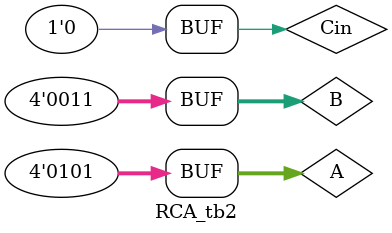
<source format=v>
module Sum(S,A,B);  //design module for sum
    input A,B;
    output S;
    xor x(S,A,B);
endmodule

module Carry(C,A,B);  //design module for carry
    input A,B;
    output C;
    and a(C,A,B);
endmodule

module HA(S,C,A,B);   //design module for half adder
    input A,B;
    output S,C;
    Sum s1(S,A,B);
    Carry c1(C,A,B);
endmodule

module FA(S,C,A,B,Cin);  //design module for full adder
    input A,B,Cin;
    output S,C;
    wire S1,C1,C2;
    
    HA h1(S1,C1,A,B);
    HA h2(S,C2,Cin,S1);
    or o(C,C1,C2);
endmodule

module RCA(S,Cout,A,B,Cin); //ripple carry adder design
    input [3:0] A,B;        //vector initilization
    input Cin;
    output [3:0] S;
    output Cout;
    wire [2:0] C;   
    FA f1(S[0],C[0],A[0],B[0],Cin);
    FA f2(S[1],C[1],A[1],B[1],C[0]); 
    FA f3(S[2],C[2],A[2],B[2],C[1]);  
    FA f4(S[3],Cout,A[3],B[3],C[2]);  
endmodule

module RCA_tb2(); //ripple carry adder test bench
    reg [3:0] A,B;
    reg Cin;
    wire [3:0] S;
    wire Cout;

    RCA rr(S,Cout,A,B,Cin);
    
    initial begin
        A = 4'b0000; B = 4'b0001; Cin = 1'b0; //4 bit A,B and 1 bit Cin
        #20;
        A = 4'b0101; B = 4'b0011; Cin = 1'b0; //4bit A,B and 1 bit Cin
    end  
    initial 
        $monitor("A=%b B=%b Sum=%b Cout=%b", A, B, S, Cout); //for display
endmodule

</source>
